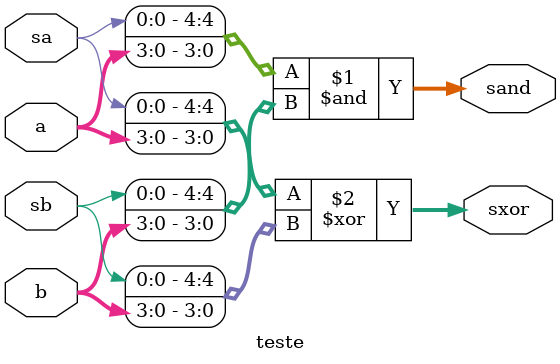
<source format=v>
module teste(
	input [3:0] a,
	input [3:0] b,
	input sa,
	input sb,
	
	output [4:0] sand,
	output [4:0] sxor
);

assign sand = {sa, a} & {sb, b};
assign sxor = {sa, a} ^ {sb, b};

endmodule
</source>
